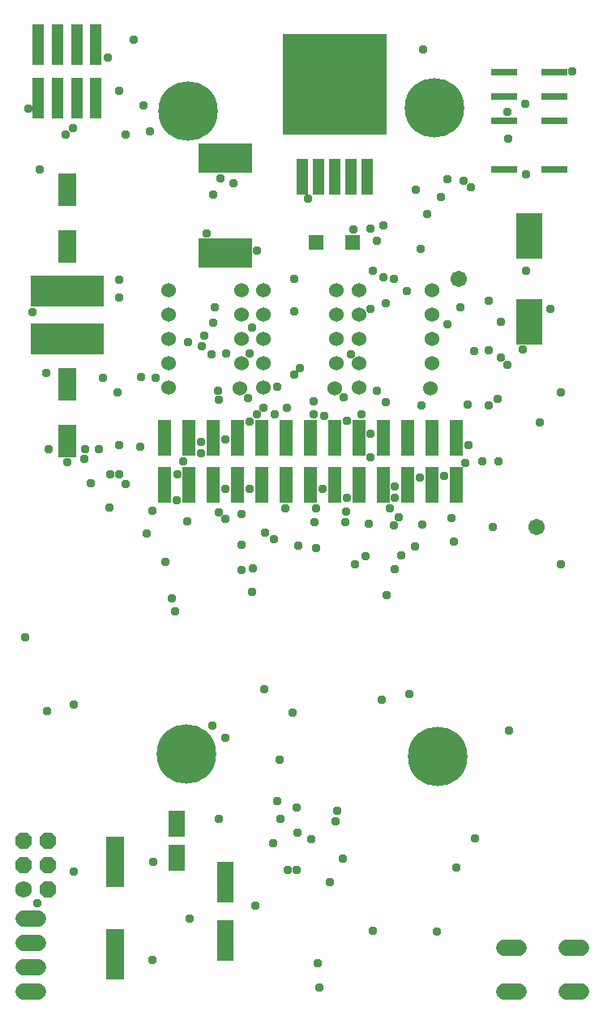
<source format=gbs>
G04 EAGLE Gerber RS-274X export*
G75*
%MOMM*%
%FSLAX34Y34*%
%LPD*%
%INBottom Soldermask*%
%IPPOS*%
%AMOC8*
5,1,8,0,0,1.08239X$1,22.5*%
G01*
%ADD10C,1.524000*%
%ADD11R,1.203200X4.303200*%
%ADD12R,1.372000X3.782000*%
%ADD13R,1.803200X2.803200*%
%ADD14R,1.981200X5.283200*%
%ADD15C,1.727200*%
%ADD16P,1.869504X8X112.500000*%
%ADD17C,1.727200*%
%ADD18R,1.803200X4.203200*%
%ADD19R,1.168400X3.708400*%
%ADD20R,10.922000X10.566400*%
%ADD21R,2.703200X4.703200*%
%ADD22R,1.981200X3.505200*%
%ADD23R,7.703200X3.203200*%
%ADD24R,5.603200X3.103200*%
%ADD25R,1.603200X1.603200*%
%ADD26R,2.819400X0.711200*%
%ADD27C,1.711200*%
%ADD28C,0.959600*%
%ADD29C,6.219200*%
%ADD30C,1.703200*%


D10*
X269001Y750299D03*
X269001Y724899D03*
X269001Y699499D03*
X269001Y674099D03*
X269001Y648699D03*
X343320Y647303D03*
X345201Y674099D03*
X345201Y699499D03*
X345201Y724899D03*
X345201Y750299D03*
X368501Y750299D03*
X368501Y724899D03*
X368501Y699499D03*
X368501Y674099D03*
X368501Y648699D03*
X442820Y647303D03*
X444701Y674099D03*
X444701Y699499D03*
X444701Y724899D03*
X444701Y750299D03*
D11*
X93500Y950400D03*
X93500Y1006400D03*
X73500Y950400D03*
X73500Y1006400D03*
X53500Y950400D03*
X53500Y1006400D03*
X33500Y950400D03*
X33500Y1006400D03*
D12*
X469900Y546740D03*
X469900Y596260D03*
X444500Y546740D03*
X444500Y596260D03*
X419100Y546740D03*
X419100Y596260D03*
X393700Y546740D03*
X393700Y596260D03*
X368300Y546740D03*
X368300Y596260D03*
X342900Y546740D03*
X342900Y596260D03*
X317500Y546740D03*
X317500Y596260D03*
X292100Y546740D03*
X292100Y596260D03*
X266700Y546740D03*
X266700Y596260D03*
X241300Y546740D03*
X241300Y596260D03*
X215900Y546740D03*
X215900Y596260D03*
X190500Y546740D03*
X190500Y596260D03*
X165100Y546740D03*
X165100Y596260D03*
D13*
X177800Y157260D03*
X177800Y193260D03*
D14*
X113680Y56740D03*
X113680Y153260D03*
D15*
X17780Y124460D03*
D16*
X17780Y149860D03*
X17780Y175260D03*
X43180Y124460D03*
X43180Y149860D03*
X43180Y175260D03*
D17*
X584962Y63246D02*
X600202Y63246D01*
X600202Y18034D02*
X584962Y18034D01*
X535178Y63246D02*
X519938Y63246D01*
X519938Y18034D02*
X535178Y18034D01*
D18*
X228600Y71100D03*
X228600Y132100D03*
D19*
X376900Y868680D03*
X359900Y868680D03*
X342900Y868680D03*
X325900Y868680D03*
X308900Y868680D03*
D20*
X342900Y965200D03*
D21*
X546100Y807000D03*
X546100Y717000D03*
D22*
X63500Y795909D03*
X63500Y855091D03*
X63500Y651891D03*
X63500Y592709D03*
D23*
X63500Y748900D03*
X63500Y698900D03*
D24*
X228600Y887700D03*
X228600Y788700D03*
D25*
X323900Y800100D03*
X361900Y800100D03*
D10*
X169501Y750299D03*
X169501Y724899D03*
X169501Y699499D03*
X169501Y674099D03*
X169501Y648699D03*
X243820Y647303D03*
X245701Y674099D03*
X245701Y699499D03*
X245701Y724899D03*
X245701Y750299D03*
D26*
X519684Y876173D03*
X519684Y926973D03*
X519684Y952373D03*
X519684Y977773D03*
X572516Y977773D03*
X572516Y952373D03*
X572516Y926973D03*
X572516Y876173D03*
D27*
X32940Y17780D02*
X17860Y17780D01*
X17860Y43180D02*
X32940Y43180D01*
X32940Y68580D02*
X17860Y68580D01*
X17860Y93980D02*
X32940Y93980D01*
D28*
X412246Y473473D03*
X279572Y490196D03*
X323964Y480751D03*
X69893Y918999D03*
X63282Y570478D03*
X41558Y663984D03*
X362688Y813215D03*
X516642Y680040D03*
X516642Y716876D03*
X427859Y854773D03*
X42503Y310741D03*
X191734Y93506D03*
X259738Y107673D03*
X449582Y80283D03*
X278628Y172844D03*
X382523Y81227D03*
X323964Y522309D03*
X291851Y522309D03*
X188900Y509086D03*
X62337Y912387D03*
X27391Y727265D03*
X116174Y643205D03*
X101062Y658317D03*
X285239Y259738D03*
X257849Y459972D03*
X387245Y645094D03*
X396690Y632815D03*
X421247Y328686D03*
X345687Y206846D03*
X261627Y620537D03*
X221958Y635649D03*
X140731Y659261D03*
X318297Y176622D03*
X324908Y47225D03*
X32113Y109562D03*
X153240Y153260D03*
X152400Y50800D03*
X283350Y216291D03*
X303185Y209679D03*
X525142Y289962D03*
X489251Y177566D03*
X391968Y322075D03*
X139786Y586535D03*
X155843Y658317D03*
X221013Y645094D03*
X351354Y156787D03*
X304129Y183233D03*
D29*
X190137Y936686D03*
X447555Y940392D03*
X188452Y265936D03*
X450441Y263457D03*
D28*
X70838Y142620D03*
X70838Y317352D03*
X477917Y864218D03*
X315463Y845328D03*
X261627Y791491D03*
X326797Y21724D03*
X245570Y484529D03*
X245570Y458083D03*
X568589Y730099D03*
X557255Y612036D03*
X254071Y612981D03*
X256904Y711209D03*
X118063Y558200D03*
X118063Y588424D03*
X229514Y683818D03*
X204012Y691374D03*
X352299Y638482D03*
X283350Y648872D03*
X380634Y730099D03*
X237070Y861384D03*
X542143Y944500D03*
X435415Y1001170D03*
X221958Y517586D03*
X245570Y516642D03*
X177566Y530809D03*
X322075Y508141D03*
X354188Y508141D03*
X409913Y512864D03*
X406135Y533643D03*
X482640Y588424D03*
X479806Y569534D03*
X203068Y579923D03*
X176622Y414636D03*
X488307Y686652D03*
X460916Y714042D03*
X203068Y591257D03*
X300351Y762212D03*
X252182Y637538D03*
X218180Y731988D03*
X359855Y682874D03*
X216291Y715931D03*
X185122Y571423D03*
X178511Y558200D03*
X189845Y696097D03*
X87839Y548755D03*
X82172Y583701D03*
X280517Y620537D03*
X268238Y627148D03*
X228569Y594091D03*
X228569Y542143D03*
X153009Y519475D03*
X124674Y547810D03*
X107673Y523253D03*
X432581Y793380D03*
X405191Y762212D03*
X300351Y728210D03*
X300351Y662095D03*
X496807Y571423D03*
X504363Y629982D03*
X504363Y687596D03*
X286184Y198345D03*
X228569Y510975D03*
X254071Y542143D03*
X292795Y627148D03*
X108618Y558200D03*
X166232Y466583D03*
X356077Y613925D03*
X397048Y431738D03*
X578979Y463750D03*
X578979Y643205D03*
X332464Y618648D03*
X356077Y533643D03*
X406135Y544977D03*
X433474Y629920D03*
X321130Y620537D03*
X481695Y630926D03*
X512864Y636593D03*
X330575Y542143D03*
X321130Y633760D03*
X124674Y912387D03*
X209679Y809437D03*
X146398Y495863D03*
X96339Y583701D03*
X270127Y496807D03*
X364577Y463750D03*
X405548Y458312D03*
X431637Y554422D03*
X143564Y942611D03*
X306963Y668706D03*
X150176Y916165D03*
X214402Y682874D03*
X305074Y483584D03*
X256904Y435415D03*
X380634Y599758D03*
X216291Y850050D03*
X206846Y702708D03*
X254071Y683818D03*
X378745Y506252D03*
X299407Y308852D03*
X485473Y857606D03*
X434470Y505308D03*
X400468Y522309D03*
X405191Y504363D03*
X371189Y620537D03*
X457138Y556311D03*
X223847Y867051D03*
X380634Y575201D03*
X374967Y472250D03*
X355132Y518531D03*
X393857Y817937D03*
X393857Y763156D03*
X464694Y511919D03*
X523253Y672484D03*
X504363Y738599D03*
X523253Y936000D03*
X454305Y847217D03*
X439193Y829271D03*
X380634Y814159D03*
X396240Y736600D03*
X426720Y482778D03*
X467360Y487680D03*
X508000Y502920D03*
X418517Y748717D03*
D30*
X472440Y762000D03*
X553720Y502920D03*
D28*
X524198Y908609D03*
X460916Y866107D03*
X387245Y801881D03*
X382523Y770712D03*
X513808Y571423D03*
X539310Y688541D03*
X543088Y770712D03*
X338131Y132230D03*
X343798Y195512D03*
X269183Y333409D03*
X172844Y427859D03*
X118063Y742377D03*
X118063Y761267D03*
X118063Y958668D03*
X105784Y992670D03*
X303185Y144509D03*
X19835Y387245D03*
X22668Y939778D03*
X470361Y147342D03*
X591257Y978502D03*
X133175Y1011560D03*
X293740Y144509D03*
X228569Y282406D03*
X215346Y295629D03*
X44392Y583701D03*
X34947Y876496D03*
X543088Y870829D03*
X474139Y731988D03*
X221958Y198345D03*
X81227Y574256D03*
M02*

</source>
